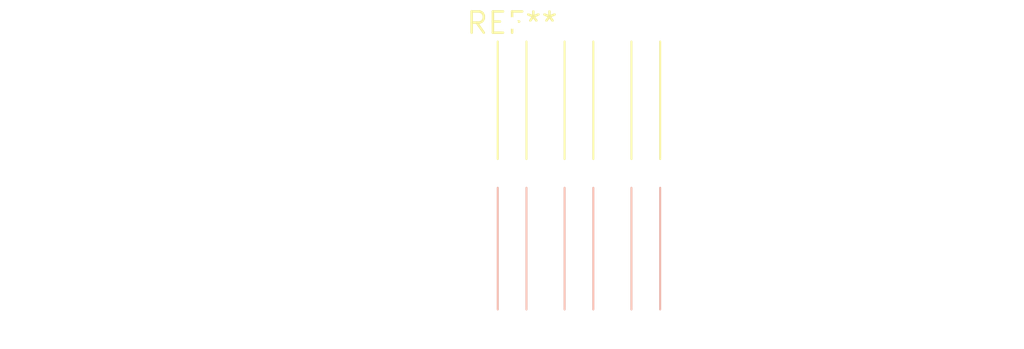
<source format=kicad_pcb>
(kicad_pcb (version 20240108) (generator pcbnew)
  (layers (0 "F.Cu" signal) (31 "B.Cu" signal) (34 "B.Paste" user) (35 "F.Paste" user) (36 "B.SilkS" user "B.Silkscreen") (37 "F.SilkS" user "F.Silkscreen") (38 "B.Mask" user) (39 "F.Mask" user) (44 "Edge.Cuts" user))
  (net 0 "")
  (footprint "SolderWire-0.15sqmm_1x03_P4mm_D0.5mm_OD1.5mm_Relief2x" (layer "F.Cu") (at 0 0)
    (property "Reference" "REF**")
    (property "Value" "SolderWire-0.15sqmm_1x03_P4mm_D0.5mm_OD1.5mm_Relief2x")
    (fp_line (start -0.86 9.86) (end -0.86 17.14) (layer "B.SilkS") (stroke (width 0.12)))
    (fp_line (start 0.86 9.86) (end 0.86 17.14) (layer "B.SilkS") (stroke (width 0.12)))
    (fp_line (start 3.14 9.86) (end 3.14 17.14) (layer "B.SilkS") (stroke (width 0.12)))
    (fp_line (start 4.86 9.86) (end 4.86 17.14) (layer "B.SilkS") (stroke (width 0.12)))
    (fp_line (start 7.14 9.86) (end 7.14 17.14) (layer "B.SilkS") (stroke (width 0.12)))
    (fp_line (start 8.86 9.86) (end 8.86 17.14) (layer "B.SilkS") (stroke (width 0.12)))
    (fp_line (start -0.86 1.11) (end -0.86 8.14) (layer "F.SilkS") (stroke (width 0.12)))
    (fp_line (start 0.86 1.11) (end 0.86 8.14) (layer "F.SilkS") (stroke (width 0.12)))
    (fp_line (start 3.14 1.11) (end 3.14 8.14) (layer "F.SilkS") (stroke (width 0.12)))
    (fp_line (start 4.86 1.11) (end 4.86 8.14) (layer "F.SilkS") (stroke (width 0.12)))
    (fp_line (start 7.14 1.11) (end 7.14 8.14) (layer "F.SilkS") (stroke (width 0.12)))
    (fp_line (start 8.86 1.11) (end 8.86 8.14) (layer "F.SilkS") (stroke (width 0.12)))
    (pad "" np_thru_hole circle (at 0 9) (size 2 2) (drill 2) (layers *.Cu *.Mask))
    (pad "" np_thru_hole circle (at 0 18) (size 2 2) (drill 2) (layers *.Cu *.Mask))
    (pad "" np_thru_hole circle (at 4 9) (size 2 2) (drill 2) (layers *.Cu *.Mask))
    (pad "" np_thru_hole circle (at 4 18) (size 2 2) (drill 2) (layers *.Cu *.Mask))
    (pad "" np_thru_hole circle (at 8 9) (size 2 2) (drill 2) (layers *.Cu *.Mask))
    (pad "" np_thru_hole circle (at 8 18) (size 2 2) (drill 2) (layers *.Cu *.Mask))
    (pad "1" thru_hole roundrect (at 0 0) (size 1.7 1.7) (drill 0.7) (layers *.Cu *.Mask) (remove_unused_layers) (roundrect_rratio 0.147059))
    (pad "2" thru_hole circle (at 4 0) (size 1.7 1.7) (drill 0.7) (layers *.Cu *.Mask) (remove_unused_layers))
    (pad "3" thru_hole circle (at 8 0) (size 1.7 1.7) (drill 0.7) (layers *.Cu *.Mask) (remove_unused_layers))
  )
)
</source>
